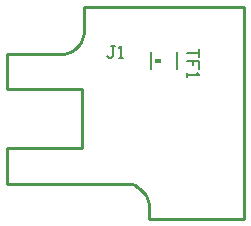
<source format=gto>
%FSLAX24Y24*%
%MOIN*%
G70*
G01*
G75*
%ADD10C,0.0060*%
%ADD11C,0.0256*%
%ADD12R,0.1496X0.0472*%
%ADD13R,0.2480X0.0866*%
%ADD14R,0.1299X0.1122*%
%ADD15R,0.2362X0.0787*%
%ADD16R,0.0142X0.0394*%
%ADD17C,0.0142*%
%ADD18C,0.0100*%
%ADD19C,0.0260*%
%ADD20R,0.0236X0.0157*%
D10*
X399350Y398693D02*
Y399260D01*
X398484Y398693D02*
Y399260D01*
X397274Y399455D02*
X397141D01*
X397208D01*
Y399122D01*
X397141Y399055D01*
X397075D01*
X397008Y399122D01*
X397408Y399055D02*
X397541D01*
X397474D01*
Y399455D01*
X397408Y399388D01*
X400085Y399370D02*
Y399104D01*
Y399237D01*
X399685D01*
X400085Y398704D02*
Y398970D01*
X399885D01*
Y398837D01*
Y398970D01*
X399685D01*
Y398570D02*
Y398437D01*
Y398504D01*
X400085D01*
X400018Y398570D01*
D18*
X398425Y394095D02*
X398418Y394197D01*
X398398Y394298D01*
X398365Y394396D01*
X398320Y394488D01*
X398262Y394574D01*
X398195Y394651D01*
X398117Y394719D01*
X398032Y394776D01*
X397939Y394822D01*
X397842Y394855D01*
X397741Y394875D01*
X397638Y394882D01*
X395472Y399213D02*
X395575Y399219D01*
X395676Y399239D01*
X395774Y399273D01*
X395866Y399318D01*
X395952Y399375D01*
X396029Y399443D01*
X396097Y399521D01*
X396154Y399606D01*
X396200Y399699D01*
X396233Y399796D01*
X396253Y399897D01*
X396260Y400000D01*
X393701Y394882D02*
X397638D01*
X398425Y393701D02*
Y394095D01*
X393701Y399213D02*
X395472D01*
X393701Y398032D02*
X396181D01*
X393701Y396063D02*
X396181D01*
X393701Y398032D02*
Y399213D01*
Y394882D02*
Y396063D01*
X396181D02*
Y398032D01*
X398425Y393701D02*
X401575D01*
Y400787D01*
X396260D02*
X401575D01*
X396260Y400000D02*
Y400787D01*
D20*
X398720Y398976D02*
D03*
M02*

</source>
